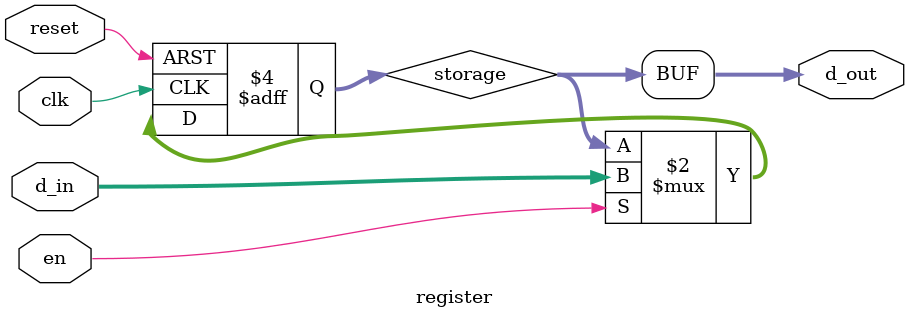
<source format=v>
module register (
    input wire [15:0] d_in,  // Data input
    input wire reset,        // Asynchronous reset
    input wire clk,          // Clock input
    input wire en,           // Enable input
    output reg [15:0] d_out  // Data output
);
    reg [15:0] storage; // Internal storage register

    always @(posedge clk or posedge reset) begin
        if (reset) begin
            storage <= 16'b0; // Reset to 0
        end else if (en) begin
            storage <= d_in; // Load data when enabled
        end
    end

    assign d_out = storage; // Assign internal storage to output

endmodule

</source>
